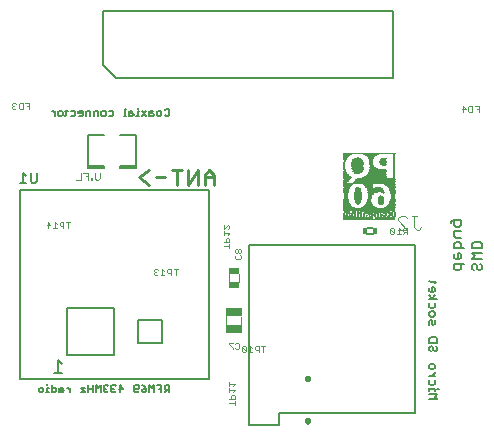
<source format=gbo>
G75*
%MOIN*%
%OFA0B0*%
%FSLAX25Y25*%
%IPPOS*%
%LPD*%
%AMOC8*
5,1,8,0,0,1.08239X$1,22.5*
%
%ADD10C,0.00500*%
%ADD11C,0.00400*%
%ADD12C,0.01100*%
%ADD13C,0.00700*%
%ADD14R,0.17300X0.00100*%
%ADD15R,0.06800X0.00100*%
%ADD16R,0.10000X0.00100*%
%ADD17R,0.01000X0.00100*%
%ADD18R,0.00800X0.00100*%
%ADD19R,0.00400X0.00100*%
%ADD20R,0.00200X0.00100*%
%ADD21R,0.00900X0.00100*%
%ADD22R,0.00700X0.00100*%
%ADD23R,0.00300X0.00100*%
%ADD24R,0.00600X0.00100*%
%ADD25R,0.00100X0.00100*%
%ADD26R,0.00500X0.00100*%
%ADD27R,0.01500X0.00100*%
%ADD28R,0.01200X0.00100*%
%ADD29R,0.01300X0.00100*%
%ADD30R,0.01400X0.00100*%
%ADD31R,0.01600X0.00100*%
%ADD32R,0.01700X0.00100*%
%ADD33R,0.08700X0.00100*%
%ADD34R,0.02300X0.00100*%
%ADD35R,0.04200X0.00100*%
%ADD36R,0.06300X0.00100*%
%ADD37R,0.04300X0.00100*%
%ADD38R,0.03800X0.00100*%
%ADD39R,0.05400X0.00100*%
%ADD40R,0.03500X0.00100*%
%ADD41R,0.04800X0.00100*%
%ADD42R,0.03300X0.00100*%
%ADD43R,0.04400X0.00100*%
%ADD44R,0.03100X0.00100*%
%ADD45R,0.04000X0.00100*%
%ADD46R,0.03000X0.00100*%
%ADD47R,0.02800X0.00100*%
%ADD48R,0.03400X0.00100*%
%ADD49R,0.02900X0.00100*%
%ADD50R,0.02700X0.00100*%
%ADD51R,0.03200X0.00100*%
%ADD52R,0.02600X0.00100*%
%ADD53R,0.02500X0.00100*%
%ADD54R,0.02400X0.00100*%
%ADD55R,0.02200X0.00100*%
%ADD56R,0.01100X0.00100*%
%ADD57R,0.02100X0.00100*%
%ADD58R,0.02000X0.00100*%
%ADD59R,0.01900X0.00100*%
%ADD60R,0.01800X0.00100*%
%ADD61R,0.05500X0.00100*%
%ADD62R,0.05600X0.00100*%
%ADD63R,0.05300X0.00100*%
%ADD64R,0.03700X0.00100*%
%ADD65R,0.03600X0.00100*%
%ADD66R,0.04100X0.00100*%
%ADD67R,0.04900X0.00100*%
%ADD68R,0.05000X0.00100*%
%ADD69R,0.06200X0.00100*%
%ADD70R,0.14200X0.00100*%
%ADD71R,0.14000X0.00100*%
%ADD72R,0.13900X0.00100*%
%ADD73R,0.13800X0.00100*%
%ADD74R,0.13700X0.00100*%
%ADD75R,0.13600X0.00100*%
%ADD76R,0.13500X0.00100*%
%ADD77R,0.13400X0.00100*%
%ADD78R,0.13300X0.00100*%
%ADD79R,0.13200X0.00100*%
%ADD80R,0.13100X0.00100*%
%ADD81R,0.13000X0.00100*%
%ADD82R,0.12900X0.00100*%
%ADD83R,0.12800X0.00100*%
%ADD84R,0.11900X0.00100*%
%ADD85R,0.08300X0.00100*%
%ADD86R,0.08000X0.00100*%
%ADD87R,0.07700X0.00100*%
%ADD88R,0.07500X0.00100*%
%ADD89R,0.07300X0.00100*%
%ADD90R,0.07100X0.00100*%
%ADD91R,0.07000X0.00100*%
%ADD92R,0.06700X0.00100*%
%ADD93R,0.06600X0.00100*%
%ADD94R,0.06500X0.00100*%
%ADD95R,0.06400X0.00100*%
%ADD96R,0.06100X0.00100*%
%ADD97R,0.06000X0.00100*%
%ADD98R,0.05900X0.00100*%
%ADD99R,0.05800X0.00100*%
%ADD100R,0.05700X0.00100*%
%ADD101R,0.03900X0.00100*%
%ADD102R,0.04600X0.00100*%
%ADD103R,0.05100X0.00100*%
%ADD104R,0.11300X0.00100*%
%ADD105R,0.11800X0.00100*%
%ADD106C,0.00600*%
%ADD107R,0.01181X0.02362*%
%ADD108C,0.00800*%
%ADD109R,0.05709X0.02953*%
%ADD110R,0.03740X0.01969*%
%ADD111C,0.01181*%
D10*
X0015688Y0029392D02*
X0015311Y0029768D01*
X0015311Y0030521D01*
X0015688Y0030897D01*
X0016440Y0030897D01*
X0016817Y0030521D01*
X0016817Y0029768D01*
X0016440Y0029392D01*
X0015688Y0029392D01*
X0017756Y0029392D02*
X0018508Y0029392D01*
X0018132Y0029392D02*
X0018132Y0030897D01*
X0018508Y0030897D01*
X0018132Y0031650D02*
X0018132Y0032026D01*
X0019541Y0031650D02*
X0019541Y0029392D01*
X0020670Y0029392D01*
X0021046Y0029768D01*
X0021046Y0030521D01*
X0020670Y0030897D01*
X0019541Y0030897D01*
X0022078Y0030521D02*
X0022078Y0029392D01*
X0023207Y0029392D01*
X0023584Y0029768D01*
X0023207Y0030144D01*
X0022078Y0030144D01*
X0022078Y0030521D02*
X0022455Y0030897D01*
X0023207Y0030897D01*
X0024569Y0030897D02*
X0024946Y0030897D01*
X0025698Y0030144D01*
X0025698Y0029392D02*
X0025698Y0030897D01*
X0029268Y0030897D02*
X0030773Y0029392D01*
X0029268Y0029392D01*
X0029268Y0030897D02*
X0030773Y0030897D01*
X0031806Y0030521D02*
X0033311Y0030521D01*
X0033311Y0029392D02*
X0033311Y0031650D01*
X0034343Y0031650D02*
X0035096Y0030897D01*
X0035849Y0031650D01*
X0035849Y0029392D01*
X0036881Y0029768D02*
X0037257Y0029392D01*
X0038010Y0029392D01*
X0038386Y0029768D01*
X0039419Y0029768D02*
X0039795Y0029392D01*
X0040548Y0029392D01*
X0040924Y0029768D01*
X0040171Y0030521D02*
X0039795Y0030521D01*
X0039419Y0030144D01*
X0039419Y0029768D01*
X0039795Y0030521D02*
X0039419Y0030897D01*
X0039419Y0031273D01*
X0039795Y0031650D01*
X0040548Y0031650D01*
X0040924Y0031273D01*
X0041956Y0030521D02*
X0043461Y0030521D01*
X0042333Y0031650D01*
X0042333Y0029392D01*
X0047031Y0029768D02*
X0047031Y0031273D01*
X0047408Y0031650D01*
X0048160Y0031650D01*
X0048537Y0031273D01*
X0048537Y0030897D01*
X0048160Y0030521D01*
X0047031Y0030521D01*
X0047031Y0029768D02*
X0047408Y0029392D01*
X0048160Y0029392D01*
X0048537Y0029768D01*
X0049569Y0029768D02*
X0049945Y0029392D01*
X0050698Y0029392D01*
X0051074Y0029768D01*
X0051074Y0030521D01*
X0049945Y0030521D01*
X0049569Y0030144D01*
X0049569Y0029768D01*
X0050322Y0031273D02*
X0051074Y0030521D01*
X0050322Y0031273D02*
X0049569Y0031650D01*
X0052107Y0031650D02*
X0052107Y0029392D01*
X0053612Y0029392D02*
X0053612Y0031650D01*
X0052859Y0030897D01*
X0052107Y0031650D01*
X0054644Y0031650D02*
X0056149Y0031650D01*
X0056149Y0029392D01*
X0057182Y0029392D02*
X0057934Y0030144D01*
X0057558Y0030144D02*
X0058687Y0030144D01*
X0058687Y0029392D02*
X0058687Y0031650D01*
X0057558Y0031650D01*
X0057182Y0031273D01*
X0057182Y0030521D01*
X0057558Y0030144D01*
X0056149Y0030521D02*
X0055397Y0030521D01*
X0038386Y0031273D02*
X0038010Y0031650D01*
X0037257Y0031650D01*
X0036881Y0031273D01*
X0036881Y0030897D01*
X0037257Y0030521D01*
X0036881Y0030144D01*
X0036881Y0029768D01*
X0037257Y0030521D02*
X0037634Y0030521D01*
X0034343Y0031650D02*
X0034343Y0029392D01*
X0031806Y0029392D02*
X0031806Y0031650D01*
X0085394Y0026740D02*
X0085394Y0078315D01*
X0105866Y0078315D01*
X0114528Y0078315D02*
X0123189Y0078315D01*
X0136575Y0078315D02*
X0140512Y0078315D01*
X0140512Y0030283D01*
X0145407Y0030321D02*
X0147175Y0030321D01*
X0147175Y0029879D01*
X0148059Y0030321D02*
X0148501Y0030321D01*
X0148059Y0028747D02*
X0145407Y0028747D01*
X0145407Y0029879D02*
X0145407Y0030763D01*
X0145849Y0031813D02*
X0145407Y0032255D01*
X0145407Y0033581D01*
X0145407Y0034713D02*
X0147175Y0034713D01*
X0146291Y0034713D02*
X0147175Y0035597D01*
X0147175Y0036039D01*
X0146733Y0037129D02*
X0145849Y0037129D01*
X0145407Y0037571D01*
X0145407Y0038455D01*
X0145849Y0038897D01*
X0146733Y0038897D01*
X0147175Y0038455D01*
X0147175Y0037571D01*
X0146733Y0037129D01*
X0147175Y0033581D02*
X0147175Y0032255D01*
X0146733Y0031813D01*
X0145849Y0031813D01*
X0148059Y0028747D02*
X0147175Y0027863D01*
X0148059Y0026979D01*
X0145407Y0026979D01*
X0140512Y0022409D02*
X0140512Y0078315D01*
X0085394Y0078315D01*
X0085394Y0018472D01*
X0095236Y0018472D01*
X0091299Y0018472D01*
X0095236Y0018472D02*
X0095236Y0022409D01*
X0134213Y0022409D01*
X0140512Y0022409D02*
X0095236Y0022409D01*
X0095236Y0018472D01*
X0145407Y0043372D02*
X0145849Y0042930D01*
X0145407Y0043372D02*
X0145407Y0044256D01*
X0145849Y0044698D01*
X0146291Y0044698D01*
X0146733Y0044256D01*
X0146733Y0043372D01*
X0147175Y0042930D01*
X0147617Y0042930D01*
X0148059Y0043372D01*
X0148059Y0044256D01*
X0147617Y0044698D01*
X0148059Y0045830D02*
X0148059Y0047156D01*
X0147617Y0047598D01*
X0145849Y0047598D01*
X0145407Y0047156D01*
X0145407Y0045830D01*
X0148059Y0045830D01*
X0146733Y0051630D02*
X0147175Y0052072D01*
X0147175Y0053398D01*
X0146291Y0052956D02*
X0146291Y0052072D01*
X0146733Y0051630D01*
X0145407Y0051630D02*
X0145407Y0052956D01*
X0145849Y0053398D01*
X0146291Y0052956D01*
X0145849Y0054530D02*
X0145407Y0054972D01*
X0145407Y0055856D01*
X0145849Y0056298D01*
X0146733Y0056298D01*
X0147175Y0055856D01*
X0147175Y0054972D01*
X0146733Y0054530D01*
X0145849Y0054530D01*
X0145849Y0057430D02*
X0145407Y0057872D01*
X0145407Y0059198D01*
X0145407Y0060330D02*
X0148059Y0060330D01*
X0147175Y0059198D02*
X0147175Y0057872D01*
X0146733Y0057430D01*
X0145849Y0057430D01*
X0146291Y0060330D02*
X0147175Y0061656D01*
X0146733Y0062747D02*
X0147175Y0063189D01*
X0147175Y0064073D01*
X0146733Y0064515D01*
X0146291Y0064515D01*
X0146291Y0062747D01*
X0145849Y0062747D02*
X0146733Y0062747D01*
X0145849Y0062747D02*
X0145407Y0063189D01*
X0145407Y0064073D01*
X0145849Y0066089D02*
X0145407Y0066531D01*
X0145849Y0066089D02*
X0147617Y0066089D01*
X0147175Y0065647D02*
X0147175Y0066531D01*
X0145407Y0061656D02*
X0146291Y0060330D01*
X0133346Y0134260D02*
X0040827Y0134260D01*
X0036496Y0138591D01*
X0036496Y0156307D01*
X0133346Y0156307D01*
X0133346Y0134260D01*
X0058687Y0123399D02*
X0058687Y0121894D01*
X0058311Y0121518D01*
X0057558Y0121518D01*
X0057182Y0121894D01*
X0056149Y0121894D02*
X0055773Y0121518D01*
X0055020Y0121518D01*
X0054644Y0121894D01*
X0054644Y0122647D01*
X0055020Y0123023D01*
X0055773Y0123023D01*
X0056149Y0122647D01*
X0056149Y0121894D01*
X0057182Y0123399D02*
X0057558Y0123776D01*
X0058311Y0123776D01*
X0058687Y0123399D01*
X0053612Y0121894D02*
X0053236Y0122270D01*
X0052107Y0122270D01*
X0052107Y0122647D02*
X0052107Y0121518D01*
X0053236Y0121518D01*
X0053612Y0121894D01*
X0053236Y0123023D02*
X0052483Y0123023D01*
X0052107Y0122647D01*
X0051074Y0123023D02*
X0049569Y0121518D01*
X0048537Y0121518D02*
X0047784Y0121518D01*
X0048160Y0121518D02*
X0048160Y0123023D01*
X0048537Y0123023D01*
X0048160Y0123776D02*
X0048160Y0124152D01*
X0049569Y0123023D02*
X0051074Y0121518D01*
X0046845Y0121894D02*
X0046469Y0122270D01*
X0045340Y0122270D01*
X0045340Y0122647D02*
X0045340Y0121518D01*
X0046469Y0121518D01*
X0046845Y0121894D01*
X0046469Y0123023D02*
X0045716Y0123023D01*
X0045340Y0122647D01*
X0044307Y0123776D02*
X0043931Y0123776D01*
X0043931Y0121518D01*
X0044307Y0121518D02*
X0043555Y0121518D01*
X0040078Y0121894D02*
X0039702Y0121518D01*
X0038573Y0121518D01*
X0037540Y0121894D02*
X0037164Y0121518D01*
X0036411Y0121518D01*
X0036035Y0121894D01*
X0036035Y0122647D01*
X0036411Y0123023D01*
X0037164Y0123023D01*
X0037540Y0122647D01*
X0037540Y0121894D01*
X0038573Y0123023D02*
X0039702Y0123023D01*
X0040078Y0122647D01*
X0040078Y0121894D01*
X0035003Y0121518D02*
X0035003Y0123023D01*
X0033874Y0123023D01*
X0033498Y0122647D01*
X0033498Y0121518D01*
X0032465Y0121518D02*
X0032465Y0123023D01*
X0031336Y0123023D01*
X0030960Y0122647D01*
X0030960Y0121518D01*
X0029928Y0121894D02*
X0029928Y0122647D01*
X0029551Y0123023D01*
X0028799Y0123023D01*
X0028422Y0122647D01*
X0028422Y0122270D01*
X0029928Y0122270D01*
X0029928Y0121894D02*
X0029551Y0121518D01*
X0028799Y0121518D01*
X0027390Y0121894D02*
X0027390Y0122647D01*
X0027014Y0123023D01*
X0025885Y0123023D01*
X0024852Y0123023D02*
X0024100Y0123023D01*
X0024476Y0123399D02*
X0024476Y0121894D01*
X0024100Y0121518D01*
X0023161Y0121894D02*
X0023161Y0122647D01*
X0022784Y0123023D01*
X0022032Y0123023D01*
X0021655Y0122647D01*
X0021655Y0121894D01*
X0022032Y0121518D01*
X0022784Y0121518D01*
X0023161Y0121894D01*
X0020623Y0121518D02*
X0020623Y0123023D01*
X0020623Y0122270D02*
X0019870Y0123023D01*
X0019494Y0123023D01*
X0025885Y0121518D02*
X0027014Y0121518D01*
X0027390Y0121894D01*
X0031772Y0114969D02*
X0036890Y0114969D01*
X0031772Y0114969D02*
X0031772Y0104732D01*
X0031772Y0103945D01*
X0036890Y0103945D01*
X0036890Y0104732D01*
X0031772Y0104732D01*
X0031772Y0104339D02*
X0036890Y0104339D01*
X0042402Y0104339D02*
X0047520Y0104339D01*
X0047520Y0104732D02*
X0047520Y0103945D01*
X0042402Y0103945D01*
X0042402Y0104732D01*
X0047520Y0104732D01*
X0047520Y0114969D01*
X0042402Y0114969D01*
D11*
X0035509Y0102566D02*
X0035509Y0100601D01*
X0035116Y0100208D01*
X0034330Y0100208D01*
X0033937Y0100601D01*
X0033937Y0102566D01*
X0032971Y0100601D02*
X0032578Y0100601D01*
X0032578Y0100208D01*
X0032971Y0100208D01*
X0032971Y0100601D01*
X0031702Y0100208D02*
X0031702Y0102566D01*
X0030130Y0102566D01*
X0029165Y0102566D02*
X0029165Y0100208D01*
X0027593Y0100208D01*
X0030916Y0101387D02*
X0031702Y0101387D01*
X0025666Y0086030D02*
X0024357Y0086030D01*
X0025012Y0086030D02*
X0025012Y0084067D01*
X0023491Y0084067D02*
X0023491Y0086030D01*
X0022509Y0086030D01*
X0022182Y0085703D01*
X0022182Y0085048D01*
X0022509Y0084721D01*
X0023491Y0084721D01*
X0021316Y0084067D02*
X0020007Y0084067D01*
X0020661Y0084067D02*
X0020661Y0086030D01*
X0021316Y0085376D01*
X0019141Y0085048D02*
X0017832Y0085048D01*
X0018159Y0084067D02*
X0018159Y0086030D01*
X0019141Y0085048D01*
X0053658Y0069955D02*
X0053658Y0069628D01*
X0053986Y0069300D01*
X0053658Y0068973D01*
X0053658Y0068646D01*
X0053986Y0068319D01*
X0054640Y0068319D01*
X0054968Y0068646D01*
X0055833Y0068319D02*
X0057143Y0068319D01*
X0056488Y0068319D02*
X0056488Y0070282D01*
X0057143Y0069628D01*
X0058009Y0069955D02*
X0058009Y0069300D01*
X0058336Y0068973D01*
X0059318Y0068973D01*
X0059318Y0068319D02*
X0059318Y0070282D01*
X0058336Y0070282D01*
X0058009Y0069955D01*
X0060184Y0070282D02*
X0061493Y0070282D01*
X0060838Y0070282D02*
X0060838Y0068319D01*
X0054968Y0069955D02*
X0054640Y0070282D01*
X0053986Y0070282D01*
X0053658Y0069955D01*
X0053986Y0069300D02*
X0054313Y0069300D01*
X0076853Y0077989D02*
X0078817Y0077989D01*
X0078817Y0077334D02*
X0078817Y0078644D01*
X0078817Y0079509D02*
X0078817Y0080491D01*
X0078490Y0080819D01*
X0077835Y0080819D01*
X0077508Y0080491D01*
X0077508Y0079509D01*
X0076853Y0079509D02*
X0078817Y0079509D01*
X0078162Y0081684D02*
X0078817Y0082339D01*
X0076853Y0082339D01*
X0076853Y0081684D02*
X0076853Y0082994D01*
X0076853Y0083860D02*
X0078162Y0085169D01*
X0078490Y0085169D01*
X0078817Y0084841D01*
X0078817Y0084187D01*
X0078490Y0083860D01*
X0076853Y0083860D02*
X0076853Y0085169D01*
X0080862Y0077176D02*
X0080535Y0076849D01*
X0080535Y0076195D01*
X0080862Y0075867D01*
X0081189Y0075867D01*
X0081517Y0076195D01*
X0081517Y0076849D01*
X0081189Y0077176D01*
X0080862Y0077176D01*
X0081517Y0076849D02*
X0081844Y0077176D01*
X0082171Y0077176D01*
X0082499Y0076849D01*
X0082499Y0076195D01*
X0082171Y0075867D01*
X0081844Y0075867D01*
X0081517Y0076195D01*
X0082171Y0075001D02*
X0082499Y0074674D01*
X0082499Y0074019D01*
X0082171Y0073692D01*
X0080862Y0073692D01*
X0080535Y0074019D01*
X0080535Y0074674D01*
X0080862Y0075001D01*
X0081898Y0068732D02*
X0081898Y0065929D01*
X0078547Y0065929D02*
X0078547Y0068732D01*
X0077598Y0054657D02*
X0077598Y0051657D01*
X0082795Y0051657D02*
X0082795Y0054559D01*
X0081776Y0045597D02*
X0081121Y0045597D01*
X0080794Y0045270D01*
X0079928Y0045597D02*
X0078619Y0045597D01*
X0078619Y0045270D01*
X0079928Y0043960D01*
X0079928Y0043633D01*
X0080794Y0043960D02*
X0081121Y0043633D01*
X0081776Y0043633D01*
X0082103Y0043960D01*
X0082103Y0045270D01*
X0081776Y0045597D01*
X0082910Y0044522D02*
X0084220Y0043213D01*
X0083892Y0042885D01*
X0083238Y0042885D01*
X0082910Y0043213D01*
X0082910Y0044522D01*
X0083238Y0044849D01*
X0083892Y0044849D01*
X0084220Y0044522D01*
X0084220Y0043213D01*
X0085085Y0042885D02*
X0086395Y0042885D01*
X0085740Y0042885D02*
X0085740Y0044849D01*
X0086395Y0044195D01*
X0087261Y0044522D02*
X0087261Y0043867D01*
X0087588Y0043540D01*
X0088570Y0043540D01*
X0088570Y0042885D02*
X0088570Y0044849D01*
X0087588Y0044849D01*
X0087261Y0044522D01*
X0089436Y0044849D02*
X0090745Y0044849D01*
X0090090Y0044849D02*
X0090090Y0042885D01*
X0080786Y0032152D02*
X0078822Y0032152D01*
X0078822Y0031497D02*
X0078822Y0032807D01*
X0080131Y0031497D02*
X0080786Y0032152D01*
X0080786Y0029977D02*
X0078822Y0029977D01*
X0078822Y0029322D02*
X0078822Y0030632D01*
X0080131Y0029322D02*
X0080786Y0029977D01*
X0080458Y0028456D02*
X0079804Y0028456D01*
X0079476Y0028129D01*
X0079476Y0027147D01*
X0078822Y0027147D02*
X0080786Y0027147D01*
X0080786Y0028129D01*
X0080458Y0028456D01*
X0080786Y0026281D02*
X0080786Y0024972D01*
X0080786Y0025627D02*
X0078822Y0025627D01*
X0132795Y0082235D02*
X0133449Y0082235D01*
X0133777Y0082563D01*
X0132467Y0083872D01*
X0132467Y0082563D01*
X0132795Y0082235D01*
X0133777Y0082563D02*
X0133777Y0083872D01*
X0133449Y0084199D01*
X0132795Y0084199D01*
X0132467Y0083872D01*
X0135080Y0083594D02*
X0138149Y0083594D01*
X0135080Y0086663D01*
X0135080Y0087430D01*
X0135847Y0088198D01*
X0137382Y0088198D01*
X0138149Y0087430D01*
X0139683Y0088198D02*
X0141218Y0088198D01*
X0140451Y0088198D02*
X0140451Y0084361D01*
X0141218Y0083594D01*
X0141985Y0083594D01*
X0142753Y0084361D01*
X0138127Y0084199D02*
X0138127Y0082235D01*
X0138127Y0082890D02*
X0137145Y0082890D01*
X0136818Y0083217D01*
X0136818Y0083872D01*
X0137145Y0084199D01*
X0138127Y0084199D01*
X0137472Y0082890D02*
X0136818Y0082235D01*
X0135952Y0082235D02*
X0134642Y0082235D01*
X0135297Y0082235D02*
X0135297Y0084199D01*
X0135952Y0083545D01*
X0156555Y0122649D02*
X0156555Y0124613D01*
X0157536Y0123631D01*
X0156227Y0123631D01*
X0158402Y0124285D02*
X0158730Y0124613D01*
X0159712Y0124613D01*
X0159712Y0122649D01*
X0158730Y0122649D01*
X0158402Y0122976D01*
X0158402Y0124285D01*
X0160577Y0124613D02*
X0161887Y0124613D01*
X0161887Y0122649D01*
X0161887Y0123631D02*
X0161232Y0123631D01*
X0012113Y0123830D02*
X0012113Y0125794D01*
X0010803Y0125794D01*
X0009938Y0125794D02*
X0009938Y0123830D01*
X0008956Y0123830D01*
X0008628Y0124157D01*
X0008628Y0125466D01*
X0008956Y0125794D01*
X0009938Y0125794D01*
X0011458Y0124812D02*
X0012113Y0124812D01*
X0007762Y0125466D02*
X0007435Y0125794D01*
X0006781Y0125794D01*
X0006453Y0125466D01*
X0006453Y0125139D01*
X0006781Y0124812D01*
X0006453Y0124485D01*
X0006453Y0124157D01*
X0006781Y0123830D01*
X0007435Y0123830D01*
X0007762Y0124157D01*
X0007108Y0124812D02*
X0006781Y0124812D01*
D12*
X0048784Y0100994D02*
X0051991Y0098589D01*
X0054222Y0100994D02*
X0057428Y0100994D01*
X0059660Y0103399D02*
X0062866Y0103399D01*
X0061263Y0103399D02*
X0061263Y0098589D01*
X0065097Y0098589D02*
X0065097Y0103399D01*
X0068304Y0103399D02*
X0065097Y0098589D01*
X0068304Y0098589D02*
X0068304Y0103399D01*
X0070535Y0101796D02*
X0070535Y0098589D01*
X0070535Y0100994D02*
X0073741Y0100994D01*
X0073741Y0101796D02*
X0073741Y0098589D01*
X0073741Y0101796D02*
X0072138Y0103399D01*
X0070535Y0101796D01*
X0051991Y0103399D02*
X0048784Y0100994D01*
D13*
X0014656Y0099717D02*
X0014116Y0099177D01*
X0013036Y0099177D01*
X0012496Y0099717D01*
X0012496Y0102417D01*
X0011031Y0101337D02*
X0009951Y0102417D01*
X0009951Y0099177D01*
X0011031Y0099177D02*
X0008871Y0099177D01*
X0014656Y0099717D02*
X0014656Y0102417D01*
X0152695Y0086163D02*
X0153235Y0086703D01*
X0155935Y0086703D01*
X0155935Y0085083D01*
X0155395Y0084543D01*
X0154315Y0084543D01*
X0153775Y0085083D01*
X0153775Y0086703D01*
X0152695Y0086163D02*
X0152695Y0085623D01*
X0153775Y0083078D02*
X0155935Y0083078D01*
X0155935Y0080918D02*
X0154315Y0080918D01*
X0153775Y0081458D01*
X0153775Y0083078D01*
X0154315Y0079453D02*
X0153775Y0078913D01*
X0153775Y0077293D01*
X0157015Y0077293D01*
X0155935Y0077293D02*
X0155935Y0078913D01*
X0155395Y0079453D01*
X0154315Y0079453D01*
X0154855Y0075828D02*
X0154855Y0073668D01*
X0154315Y0073668D02*
X0155395Y0073668D01*
X0155935Y0074208D01*
X0155935Y0075288D01*
X0155395Y0075828D01*
X0154855Y0075828D01*
X0153775Y0075288D02*
X0153775Y0074208D01*
X0154315Y0073668D01*
X0153775Y0072203D02*
X0153775Y0070583D01*
X0154315Y0070043D01*
X0155395Y0070043D01*
X0155935Y0070583D01*
X0155935Y0072203D01*
X0157015Y0072203D02*
X0153775Y0072203D01*
X0159681Y0071663D02*
X0159681Y0070583D01*
X0160221Y0070043D01*
X0161301Y0070583D02*
X0161301Y0071663D01*
X0160761Y0072203D01*
X0160221Y0072203D01*
X0159681Y0071663D01*
X0161301Y0070583D02*
X0161841Y0070043D01*
X0162381Y0070043D01*
X0162920Y0070583D01*
X0162920Y0071663D01*
X0162381Y0072203D01*
X0162920Y0073668D02*
X0159681Y0073668D01*
X0160761Y0074748D01*
X0159681Y0075828D01*
X0162920Y0075828D01*
X0162920Y0077293D02*
X0162920Y0078913D01*
X0162381Y0079453D01*
X0160221Y0079453D01*
X0159681Y0078913D01*
X0159681Y0077293D01*
X0162920Y0077293D01*
D14*
X0125434Y0086722D03*
X0125434Y0086822D03*
X0125434Y0086922D03*
X0125434Y0089622D03*
X0125434Y0089722D03*
X0125434Y0089822D03*
X0125434Y0089922D03*
X0125434Y0090022D03*
X0125434Y0090122D03*
X0125434Y0090222D03*
X0125434Y0090322D03*
X0125434Y0090422D03*
X0125434Y0098922D03*
X0125434Y0108922D03*
D15*
X0127684Y0101322D03*
X0130684Y0087522D03*
X0130684Y0087422D03*
X0130684Y0087322D03*
X0130684Y0087222D03*
X0130684Y0087122D03*
X0130684Y0087022D03*
D16*
X0127384Y0089522D03*
X0121784Y0087522D03*
X0121784Y0087422D03*
X0121784Y0087322D03*
X0121784Y0087222D03*
X0121784Y0087122D03*
X0121784Y0087022D03*
D17*
X0131884Y0087622D03*
X0133584Y0087622D03*
X0133584Y0089522D03*
X0129184Y0094522D03*
X0121684Y0097322D03*
X0121484Y0102022D03*
X0117284Y0102622D03*
X0117284Y0102722D03*
X0117284Y0106622D03*
X0117284Y0106722D03*
X0117284Y0106822D03*
X0126084Y0105722D03*
X0126084Y0105622D03*
X0126084Y0105522D03*
X0126084Y0105422D03*
D18*
X0117184Y0106022D03*
X0117184Y0106122D03*
X0117184Y0106222D03*
X0117184Y0106322D03*
X0117184Y0103322D03*
X0117184Y0103222D03*
X0117184Y0103122D03*
X0118684Y0089022D03*
X0118684Y0087622D03*
X0117184Y0087622D03*
X0130384Y0087622D03*
X0130384Y0089022D03*
X0133684Y0089422D03*
X0133684Y0087722D03*
D19*
X0133884Y0088122D03*
X0133884Y0088222D03*
X0133884Y0088322D03*
X0133884Y0088822D03*
X0133884Y0088922D03*
X0133884Y0089022D03*
X0131984Y0088022D03*
X0131984Y0087922D03*
X0131084Y0088022D03*
X0131084Y0088622D03*
X0130184Y0088622D03*
X0130184Y0088722D03*
X0130184Y0088022D03*
X0130184Y0087922D03*
X0129284Y0087922D03*
X0129284Y0087822D03*
X0129284Y0087722D03*
X0129284Y0087622D03*
X0129284Y0088022D03*
X0129284Y0088122D03*
X0129284Y0088222D03*
X0129284Y0088322D03*
X0129284Y0088422D03*
X0129284Y0088522D03*
X0128384Y0088522D03*
X0128384Y0088422D03*
X0128384Y0088322D03*
X0128384Y0088222D03*
X0128384Y0088122D03*
X0128384Y0088022D03*
X0128384Y0087922D03*
X0128384Y0087822D03*
X0128384Y0087722D03*
X0128384Y0087622D03*
X0127484Y0087622D03*
X0127484Y0087722D03*
X0127484Y0087822D03*
X0127484Y0087922D03*
X0127484Y0088022D03*
X0127484Y0088122D03*
X0127484Y0088222D03*
X0127484Y0088322D03*
X0127484Y0088422D03*
X0127484Y0088522D03*
X0127484Y0088622D03*
X0127484Y0088722D03*
X0126484Y0088622D03*
X0126484Y0088022D03*
X0125584Y0088322D03*
X0125584Y0088722D03*
X0124684Y0088222D03*
X0124784Y0088022D03*
X0123984Y0088922D03*
X0121684Y0088922D03*
X0121684Y0088822D03*
X0121684Y0088722D03*
X0121684Y0088622D03*
X0121684Y0088522D03*
X0121684Y0088422D03*
X0121684Y0088322D03*
X0121684Y0088222D03*
X0121684Y0088122D03*
X0121684Y0088022D03*
X0121684Y0087922D03*
X0121684Y0087822D03*
X0121684Y0087722D03*
X0121684Y0087622D03*
X0120684Y0088022D03*
X0120684Y0088622D03*
X0119784Y0088622D03*
X0119784Y0088522D03*
X0119784Y0088422D03*
X0119784Y0088322D03*
X0119784Y0088222D03*
X0119784Y0088122D03*
X0119784Y0088022D03*
X0119784Y0087922D03*
X0119784Y0088722D03*
X0118884Y0088722D03*
X0118884Y0088622D03*
X0118884Y0088022D03*
X0118884Y0087922D03*
X0121684Y0089022D03*
X0121684Y0089222D03*
X0121684Y0089322D03*
X0121684Y0089422D03*
X0121684Y0089522D03*
X0130284Y0095722D03*
D20*
X0130384Y0095622D03*
X0129184Y0094622D03*
X0129384Y0089022D03*
X0131084Y0088722D03*
X0131084Y0087922D03*
X0126684Y0087622D03*
X0126484Y0087922D03*
X0126684Y0089022D03*
X0124784Y0087922D03*
X0124584Y0087622D03*
X0122484Y0088822D03*
X0122484Y0088922D03*
X0122484Y0089022D03*
X0120884Y0089022D03*
X0120684Y0087922D03*
X0120884Y0087622D03*
D21*
X0117234Y0089022D03*
X0125634Y0089022D03*
X0125634Y0087622D03*
X0133634Y0100622D03*
X0133634Y0100722D03*
X0133634Y0100822D03*
X0133634Y0100922D03*
X0133634Y0101022D03*
X0133634Y0101122D03*
X0133634Y0101222D03*
X0133634Y0101322D03*
X0133634Y0101422D03*
X0133634Y0101522D03*
X0133634Y0101622D03*
X0133634Y0101722D03*
X0133634Y0101822D03*
X0133634Y0101922D03*
X0133634Y0102022D03*
X0133634Y0102122D03*
X0133634Y0102222D03*
X0133634Y0102322D03*
X0133634Y0102422D03*
X0133634Y0102522D03*
X0133634Y0102622D03*
X0133634Y0102722D03*
X0133634Y0102822D03*
X0133634Y0102922D03*
X0133634Y0103022D03*
X0133634Y0103122D03*
X0133634Y0103222D03*
X0133634Y0103322D03*
X0133634Y0103422D03*
X0133634Y0103522D03*
X0133634Y0103622D03*
X0133634Y0103722D03*
X0133634Y0103822D03*
X0133634Y0103922D03*
X0133634Y0104022D03*
X0133634Y0104122D03*
X0133634Y0104222D03*
X0133634Y0104322D03*
X0133634Y0104422D03*
X0133634Y0104522D03*
X0133634Y0104622D03*
X0133634Y0104722D03*
X0133634Y0104822D03*
X0133634Y0104922D03*
X0133634Y0105022D03*
X0133634Y0105122D03*
X0133634Y0105222D03*
X0133634Y0105322D03*
X0133634Y0105422D03*
X0133634Y0105522D03*
X0133634Y0105622D03*
X0133634Y0105722D03*
X0133634Y0105822D03*
X0133634Y0105922D03*
X0133634Y0106022D03*
X0133634Y0106122D03*
X0133634Y0106222D03*
X0133634Y0106322D03*
X0133634Y0106422D03*
X0133634Y0106522D03*
X0133634Y0106622D03*
X0133634Y0106722D03*
X0133634Y0106822D03*
X0133634Y0106922D03*
X0133634Y0107022D03*
X0133634Y0107122D03*
X0133634Y0107222D03*
X0133634Y0107322D03*
X0133634Y0107422D03*
X0133634Y0107522D03*
X0133634Y0107622D03*
X0133634Y0107722D03*
X0133634Y0107822D03*
X0133634Y0107922D03*
X0133634Y0108022D03*
X0133634Y0108122D03*
X0133634Y0108222D03*
X0133634Y0108322D03*
X0133634Y0108422D03*
X0133634Y0108522D03*
X0133634Y0108622D03*
X0121534Y0107322D03*
X0117234Y0106522D03*
X0117234Y0106422D03*
X0117234Y0103022D03*
X0117234Y0102922D03*
X0117234Y0102822D03*
D22*
X0117134Y0103422D03*
X0117134Y0103522D03*
X0117134Y0103622D03*
X0117134Y0103722D03*
X0117134Y0103822D03*
X0117134Y0105522D03*
X0117134Y0105622D03*
X0117134Y0105722D03*
X0117134Y0105822D03*
X0117134Y0105922D03*
X0130134Y0095822D03*
X0132634Y0089122D03*
X0132634Y0088022D03*
X0127634Y0089022D03*
X0125434Y0088522D03*
X0123634Y0087622D03*
X0122734Y0088022D03*
X0122734Y0088122D03*
X0122734Y0088222D03*
X0122734Y0088322D03*
X0122734Y0088422D03*
X0122734Y0088522D03*
X0122734Y0088622D03*
X0122734Y0088722D03*
X0122734Y0089222D03*
X0122734Y0089322D03*
X0122734Y0089422D03*
X0119934Y0089022D03*
X0119934Y0087622D03*
X0117134Y0088922D03*
D23*
X0118034Y0088722D03*
X0118934Y0088522D03*
X0118934Y0088422D03*
X0118934Y0088322D03*
X0118934Y0088222D03*
X0118934Y0088122D03*
X0122534Y0087822D03*
X0122534Y0087722D03*
X0122534Y0087622D03*
X0123934Y0088822D03*
X0125634Y0088222D03*
X0125634Y0088122D03*
X0125634Y0088022D03*
X0125634Y0087922D03*
X0128334Y0088622D03*
X0129234Y0088622D03*
X0130134Y0088522D03*
X0130134Y0088422D03*
X0130134Y0088322D03*
X0130134Y0088222D03*
X0130134Y0088122D03*
X0133934Y0088422D03*
X0133934Y0088522D03*
X0133934Y0088622D03*
X0133934Y0088722D03*
D24*
X0133784Y0089322D03*
X0133784Y0087822D03*
X0131884Y0087722D03*
X0131084Y0088122D03*
X0131084Y0088222D03*
X0131084Y0088322D03*
X0131084Y0088422D03*
X0131084Y0088522D03*
X0130284Y0088922D03*
X0130284Y0087722D03*
X0129184Y0091822D03*
X0126484Y0088422D03*
X0126484Y0088322D03*
X0126484Y0088222D03*
X0125684Y0087722D03*
X0125684Y0088922D03*
X0124884Y0088722D03*
X0124084Y0089022D03*
X0123784Y0088622D03*
X0123784Y0088522D03*
X0123784Y0088422D03*
X0123684Y0087722D03*
X0122684Y0087922D03*
X0120684Y0088222D03*
X0120684Y0088322D03*
X0120684Y0088422D03*
X0119884Y0088922D03*
X0118784Y0088922D03*
X0117984Y0088522D03*
X0117084Y0088722D03*
X0117084Y0088822D03*
X0118784Y0087722D03*
X0119884Y0087722D03*
X0121684Y0091922D03*
X0117084Y0103922D03*
X0117084Y0104022D03*
X0117084Y0104122D03*
X0117084Y0104222D03*
X0117084Y0104322D03*
X0117084Y0104422D03*
X0117084Y0104522D03*
X0117084Y0104622D03*
X0117084Y0104722D03*
X0117084Y0104822D03*
X0117084Y0104922D03*
X0117084Y0105022D03*
X0117084Y0105122D03*
X0117084Y0105222D03*
X0117084Y0105322D03*
X0117084Y0105422D03*
D25*
X0130434Y0095522D03*
X0129434Y0088922D03*
X0128634Y0088922D03*
X0126734Y0088922D03*
X0126534Y0088722D03*
X0126734Y0087722D03*
X0124534Y0087722D03*
X0120934Y0087722D03*
X0120734Y0088722D03*
X0120934Y0088922D03*
D26*
X0120734Y0088522D03*
X0120734Y0088122D03*
X0119834Y0087822D03*
X0119834Y0088822D03*
X0118834Y0088822D03*
X0118034Y0088622D03*
X0117834Y0087922D03*
X0117034Y0087922D03*
X0117034Y0087822D03*
X0117034Y0087722D03*
X0117034Y0088222D03*
X0117034Y0088322D03*
X0117034Y0088422D03*
X0117034Y0088522D03*
X0117034Y0088622D03*
X0118834Y0087822D03*
X0123734Y0087822D03*
X0123734Y0087922D03*
X0123734Y0088022D03*
X0123734Y0088122D03*
X0123734Y0088222D03*
X0123734Y0088322D03*
X0123834Y0088722D03*
X0124734Y0088122D03*
X0125534Y0088422D03*
X0125634Y0088822D03*
X0126534Y0088522D03*
X0126534Y0088122D03*
X0125634Y0087822D03*
X0127534Y0088822D03*
X0127534Y0088922D03*
X0128634Y0089022D03*
X0130234Y0088822D03*
X0130234Y0087822D03*
X0131934Y0087822D03*
X0133834Y0087922D03*
X0133834Y0088022D03*
X0133834Y0089122D03*
X0133834Y0089222D03*
X0121634Y0097422D03*
D27*
X0121634Y0097122D03*
X0117534Y0099322D03*
X0117534Y0101822D03*
X0117534Y0107522D03*
X0121534Y0107222D03*
X0125934Y0106922D03*
X0125934Y0106822D03*
X0126334Y0104422D03*
X0126334Y0104322D03*
X0130334Y0104922D03*
X0130334Y0107122D03*
X0125734Y0094822D03*
X0125734Y0094722D03*
X0125434Y0092822D03*
X0125434Y0092722D03*
X0125434Y0092622D03*
X0121634Y0092222D03*
X0117534Y0088122D03*
X0117534Y0088022D03*
X0132434Y0088822D03*
X0132534Y0088722D03*
X0132534Y0088622D03*
D28*
X0132484Y0088122D03*
X0125484Y0093322D03*
X0125484Y0093422D03*
X0125484Y0093522D03*
X0125584Y0094122D03*
X0117384Y0102222D03*
X0117384Y0102322D03*
X0117384Y0107122D03*
X0125984Y0106422D03*
X0125984Y0106322D03*
X0125984Y0106222D03*
X0126184Y0104922D03*
X0126184Y0104822D03*
X0126284Y0104622D03*
D29*
X0126234Y0104722D03*
X0125934Y0106522D03*
X0125934Y0106622D03*
X0117434Y0107222D03*
X0117434Y0107322D03*
X0117434Y0102122D03*
X0117434Y0099122D03*
X0117434Y0099022D03*
X0121634Y0097222D03*
X0125634Y0094422D03*
X0125634Y0094322D03*
X0125634Y0094222D03*
X0125534Y0094022D03*
X0125534Y0093922D03*
X0125534Y0093822D03*
X0125534Y0093722D03*
X0125534Y0093622D03*
X0125434Y0093222D03*
X0125434Y0093122D03*
X0129234Y0094422D03*
X0132534Y0088322D03*
X0132534Y0088222D03*
X0125134Y0088622D03*
X0121634Y0092122D03*
D30*
X0120284Y0089522D03*
X0120284Y0089422D03*
X0120284Y0089322D03*
X0120284Y0089222D03*
X0120284Y0089122D03*
X0125484Y0092922D03*
X0125484Y0093022D03*
X0125684Y0094522D03*
X0125684Y0094622D03*
X0129184Y0092022D03*
X0132584Y0088522D03*
X0132584Y0088422D03*
X0126284Y0104522D03*
X0125984Y0106722D03*
X0117484Y0107422D03*
X0117484Y0102022D03*
X0117484Y0101922D03*
X0117484Y0099222D03*
D31*
X0117584Y0099422D03*
X0117584Y0101722D03*
X0121484Y0102122D03*
X0126384Y0104222D03*
X0125884Y0107022D03*
X0117584Y0107622D03*
X0117584Y0095722D03*
X0117584Y0095622D03*
X0117584Y0095522D03*
X0117584Y0095422D03*
X0117584Y0095322D03*
X0117584Y0095222D03*
X0117584Y0095122D03*
X0117584Y0095022D03*
X0117584Y0094922D03*
X0117584Y0094822D03*
X0117584Y0094722D03*
X0117584Y0094622D03*
X0117584Y0094522D03*
X0117584Y0094422D03*
X0117584Y0094322D03*
X0117584Y0094222D03*
X0117584Y0094122D03*
X0117584Y0094022D03*
X0117584Y0093922D03*
X0117584Y0093822D03*
X0117584Y0093722D03*
X0117584Y0093622D03*
X0122284Y0089122D03*
X0125384Y0092522D03*
X0125784Y0094922D03*
X0129184Y0094322D03*
X0129184Y0092122D03*
X0133284Y0093622D03*
X0133284Y0093722D03*
X0133284Y0093822D03*
X0133284Y0093922D03*
X0133284Y0094022D03*
X0133284Y0094122D03*
X0133284Y0094222D03*
X0133284Y0094322D03*
X0133284Y0094422D03*
X0133284Y0094522D03*
X0133284Y0094622D03*
X0133284Y0094722D03*
X0133284Y0094822D03*
X0133284Y0094922D03*
X0133284Y0095022D03*
X0133284Y0095122D03*
X0133284Y0095222D03*
X0133284Y0095322D03*
X0133284Y0095422D03*
X0132384Y0088922D03*
D32*
X0132234Y0089022D03*
X0133234Y0093022D03*
X0133234Y0093122D03*
X0133234Y0093222D03*
X0133234Y0093322D03*
X0133234Y0093422D03*
X0133234Y0093522D03*
X0133234Y0095522D03*
X0133234Y0095622D03*
X0133234Y0095722D03*
X0133234Y0095822D03*
X0133234Y0095922D03*
X0133234Y0096022D03*
X0129234Y0094222D03*
X0129234Y0092222D03*
X0125434Y0092322D03*
X0125434Y0092422D03*
X0125834Y0095022D03*
X0121634Y0097022D03*
X0117634Y0096222D03*
X0117634Y0096122D03*
X0117634Y0096022D03*
X0117634Y0095922D03*
X0117634Y0095822D03*
X0117634Y0093522D03*
X0117634Y0093422D03*
X0117634Y0093322D03*
X0117634Y0093222D03*
X0117634Y0093122D03*
X0121634Y0092322D03*
X0117634Y0099522D03*
X0117634Y0101622D03*
X0117634Y0107722D03*
X0126434Y0104122D03*
D33*
X0127834Y0089422D03*
X0127834Y0089322D03*
X0127834Y0089222D03*
X0127834Y0089122D03*
D34*
X0132934Y0091722D03*
X0132934Y0097322D03*
X0126034Y0095522D03*
X0125534Y0097322D03*
X0125534Y0097422D03*
X0121634Y0096222D03*
X0121634Y0096122D03*
X0121634Y0096022D03*
X0121634Y0095922D03*
X0121634Y0093422D03*
X0121634Y0093322D03*
X0121634Y0093222D03*
X0117934Y0091822D03*
X0117934Y0091722D03*
X0117934Y0089522D03*
X0117934Y0089422D03*
X0117934Y0089322D03*
X0117934Y0089222D03*
X0117934Y0089122D03*
X0117934Y0097522D03*
X0117934Y0097622D03*
X0117934Y0100222D03*
X0117934Y0101122D03*
X0121534Y0102322D03*
X0126734Y0103722D03*
X0129934Y0105522D03*
X0129934Y0105622D03*
X0129934Y0105722D03*
X0129934Y0106322D03*
X0129934Y0106422D03*
X0129934Y0106522D03*
X0117934Y0108222D03*
D35*
X0131984Y0090522D03*
D36*
X0125434Y0090522D03*
X0127934Y0101822D03*
X0127934Y0101922D03*
D37*
X0131934Y0098722D03*
X0118934Y0098822D03*
X0118934Y0090522D03*
D38*
X0118684Y0090622D03*
X0125384Y0091022D03*
X0132184Y0090622D03*
X0121484Y0103622D03*
X0121484Y0103722D03*
X0121484Y0105522D03*
X0121484Y0105622D03*
X0121484Y0105722D03*
X0125884Y0108222D03*
X0118684Y0098722D03*
D39*
X0125384Y0090622D03*
X0127384Y0096722D03*
X0127284Y0096922D03*
D40*
X0132334Y0098422D03*
X0127234Y0103422D03*
X0125834Y0108122D03*
X0121534Y0106122D03*
X0121534Y0103222D03*
X0121534Y0103122D03*
X0118534Y0098622D03*
X0118534Y0090722D03*
X0132334Y0090722D03*
D41*
X0125384Y0090722D03*
D42*
X0118434Y0090822D03*
X0118434Y0098522D03*
X0121534Y0102922D03*
X0121534Y0103022D03*
X0121534Y0106322D03*
X0125034Y0098422D03*
X0132434Y0098322D03*
X0132434Y0090822D03*
D43*
X0125384Y0090822D03*
D44*
X0132534Y0090922D03*
X0121534Y0102822D03*
X0121534Y0106522D03*
X0118334Y0108622D03*
X0118334Y0098422D03*
X0118334Y0090922D03*
D45*
X0125384Y0090922D03*
X0132084Y0098622D03*
X0121484Y0104322D03*
X0121484Y0104422D03*
X0121484Y0104522D03*
X0121484Y0104622D03*
X0121484Y0104722D03*
X0121484Y0104822D03*
X0121484Y0104922D03*
X0121484Y0105022D03*
X0118784Y0108822D03*
D46*
X0121484Y0106622D03*
X0121484Y0102722D03*
X0118284Y0098322D03*
X0118284Y0091022D03*
X0125384Y0091322D03*
X0126384Y0095822D03*
X0125184Y0098222D03*
X0126984Y0103522D03*
X0132584Y0098122D03*
X0132584Y0091022D03*
D47*
X0132684Y0091122D03*
X0132684Y0097922D03*
X0125284Y0098022D03*
X0125384Y0091422D03*
X0118184Y0091222D03*
X0118184Y0098122D03*
X0118184Y0100722D03*
X0118184Y0100822D03*
X0121484Y0106722D03*
X0118184Y0108522D03*
D48*
X0118484Y0108722D03*
X0121484Y0106222D03*
X0126584Y0095922D03*
X0125384Y0091122D03*
D49*
X0128334Y0097122D03*
X0125234Y0098122D03*
X0121534Y0102622D03*
X0118234Y0098222D03*
X0118234Y0091122D03*
X0132634Y0098022D03*
X0125834Y0107922D03*
D50*
X0125834Y0107822D03*
X0121534Y0106822D03*
X0121534Y0102522D03*
X0118134Y0100622D03*
X0125334Y0097922D03*
X0126234Y0095722D03*
X0132734Y0097822D03*
X0132734Y0091222D03*
D51*
X0132484Y0098222D03*
X0125384Y0091222D03*
X0125084Y0098322D03*
X0121484Y0106422D03*
X0125884Y0108022D03*
D52*
X0126884Y0103622D03*
X0125384Y0097822D03*
X0125384Y0091522D03*
X0132784Y0091322D03*
X0132784Y0097722D03*
X0118084Y0097922D03*
X0118084Y0098022D03*
X0118084Y0100522D03*
X0118084Y0100922D03*
X0118084Y0108422D03*
X0118084Y0091422D03*
X0118084Y0091322D03*
D53*
X0118034Y0091522D03*
X0121634Y0094222D03*
X0121634Y0094322D03*
X0121634Y0094422D03*
X0121634Y0094522D03*
X0121634Y0094622D03*
X0121634Y0094722D03*
X0121634Y0094822D03*
X0121634Y0094922D03*
X0121634Y0095022D03*
X0121634Y0095122D03*
X0118034Y0097822D03*
X0118034Y0100422D03*
X0118034Y0101022D03*
X0121534Y0102422D03*
X0121534Y0106922D03*
X0125834Y0107722D03*
X0125434Y0097722D03*
X0125434Y0097622D03*
X0126134Y0095622D03*
X0125434Y0091622D03*
X0132834Y0091522D03*
X0132834Y0091422D03*
X0132834Y0097522D03*
X0132834Y0097622D03*
D54*
X0132884Y0097422D03*
X0128384Y0097222D03*
X0125484Y0097522D03*
X0121684Y0095822D03*
X0121684Y0095722D03*
X0121684Y0095622D03*
X0121684Y0095522D03*
X0121684Y0095422D03*
X0121684Y0095322D03*
X0121684Y0095222D03*
X0121684Y0094122D03*
X0121684Y0094022D03*
X0121684Y0093922D03*
X0121684Y0093822D03*
X0121684Y0093722D03*
X0121684Y0093622D03*
X0121684Y0093522D03*
X0117984Y0091622D03*
X0117984Y0097722D03*
X0117984Y0100322D03*
X0117984Y0108322D03*
X0125884Y0107622D03*
X0129884Y0106222D03*
X0129884Y0106122D03*
X0129884Y0106022D03*
X0129884Y0105922D03*
X0129884Y0105822D03*
X0132884Y0091622D03*
X0125384Y0091722D03*
D55*
X0125384Y0091822D03*
X0125984Y0095422D03*
X0125584Y0097122D03*
X0125584Y0097222D03*
X0129184Y0093522D03*
X0129184Y0093422D03*
X0129184Y0093322D03*
X0129184Y0093222D03*
X0129184Y0093122D03*
X0129184Y0093022D03*
X0129184Y0092922D03*
X0132984Y0091922D03*
X0132984Y0091822D03*
X0132984Y0097122D03*
X0132984Y0097222D03*
X0126684Y0103822D03*
X0129984Y0105322D03*
X0129984Y0105422D03*
X0129984Y0106622D03*
X0129984Y0106722D03*
X0125884Y0107522D03*
X0121484Y0107022D03*
X0117884Y0101222D03*
X0117884Y0100122D03*
X0117884Y0097422D03*
X0121684Y0096422D03*
X0121684Y0096322D03*
X0121684Y0093122D03*
X0121684Y0093022D03*
X0121684Y0092922D03*
X0117884Y0091922D03*
D56*
X0121634Y0092022D03*
X0128434Y0097422D03*
X0129934Y0095922D03*
X0129234Y0091922D03*
X0117334Y0102422D03*
X0117334Y0102522D03*
X0117334Y0106922D03*
X0117334Y0107022D03*
X0126034Y0106122D03*
X0126034Y0106022D03*
X0126034Y0105922D03*
X0126034Y0105822D03*
X0126134Y0105322D03*
X0126134Y0105222D03*
X0126134Y0105122D03*
X0126134Y0105022D03*
D57*
X0125834Y0107422D03*
X0130034Y0106822D03*
X0130034Y0105222D03*
X0133034Y0097022D03*
X0133034Y0096922D03*
X0129234Y0093722D03*
X0129234Y0093622D03*
X0129234Y0092822D03*
X0129234Y0092722D03*
X0133034Y0092122D03*
X0133034Y0092022D03*
X0125434Y0091922D03*
X0125934Y0095322D03*
X0121634Y0096522D03*
X0121634Y0096622D03*
X0121634Y0092822D03*
X0121634Y0092722D03*
X0117834Y0092122D03*
X0117834Y0092022D03*
X0117834Y0097222D03*
X0117834Y0097322D03*
X0117834Y0100022D03*
X0117834Y0108122D03*
D58*
X0117784Y0108022D03*
X0117784Y0101322D03*
X0117784Y0099922D03*
X0117784Y0097122D03*
X0117784Y0097022D03*
X0121684Y0096722D03*
X0121684Y0092622D03*
X0117784Y0092322D03*
X0117784Y0092222D03*
X0125384Y0092022D03*
X0129184Y0092522D03*
X0129184Y0092622D03*
X0129184Y0093822D03*
X0129184Y0093922D03*
X0133084Y0092322D03*
X0133084Y0092222D03*
X0133084Y0096722D03*
X0133084Y0096822D03*
X0126584Y0103922D03*
X0125884Y0107322D03*
X0130084Y0106922D03*
X0130084Y0105122D03*
X0121484Y0102222D03*
D59*
X0117734Y0101422D03*
X0117734Y0099822D03*
X0117734Y0099722D03*
X0117734Y0096922D03*
X0117734Y0096822D03*
X0117734Y0096722D03*
X0121634Y0096822D03*
X0121634Y0092522D03*
X0117734Y0092522D03*
X0117734Y0092422D03*
X0117734Y0092622D03*
X0125434Y0092122D03*
X0125934Y0095222D03*
X0128434Y0097322D03*
X0129234Y0094022D03*
X0129234Y0092422D03*
X0133134Y0092422D03*
X0133134Y0092522D03*
X0133134Y0092622D03*
X0133134Y0096422D03*
X0133134Y0096522D03*
X0133134Y0096622D03*
X0126534Y0104022D03*
X0121534Y0107122D03*
X0117734Y0107922D03*
D60*
X0117684Y0107822D03*
X0117684Y0101522D03*
X0117684Y0099622D03*
X0117684Y0096622D03*
X0117684Y0096522D03*
X0117684Y0096422D03*
X0117684Y0096322D03*
X0117684Y0093022D03*
X0117684Y0092922D03*
X0117684Y0092822D03*
X0117684Y0092722D03*
X0121684Y0092422D03*
X0121684Y0096922D03*
X0125884Y0095122D03*
X0125384Y0092222D03*
X0129184Y0092322D03*
X0129184Y0094122D03*
X0133184Y0092922D03*
X0133184Y0092822D03*
X0133184Y0092722D03*
X0133184Y0096122D03*
X0133184Y0096222D03*
X0133184Y0096322D03*
X0130184Y0105022D03*
X0130184Y0107022D03*
X0125884Y0107122D03*
X0125884Y0107222D03*
D61*
X0127334Y0096822D03*
X0127434Y0096622D03*
X0127534Y0096422D03*
X0127634Y0096022D03*
D62*
X0127584Y0096122D03*
X0127584Y0096222D03*
X0127584Y0096322D03*
X0127484Y0096522D03*
X0128284Y0103222D03*
X0128284Y0103322D03*
D63*
X0127234Y0097022D03*
D64*
X0132234Y0098522D03*
X0121534Y0103422D03*
X0121534Y0103522D03*
X0121534Y0105822D03*
D65*
X0121484Y0105922D03*
X0121484Y0106022D03*
X0121484Y0103322D03*
X0124984Y0098522D03*
D66*
X0125034Y0098622D03*
X0125834Y0108322D03*
D67*
X0125134Y0098722D03*
D68*
X0131584Y0098822D03*
D69*
X0127984Y0102022D03*
X0125384Y0098822D03*
D70*
X0126984Y0099022D03*
D71*
X0127084Y0099122D03*
D72*
X0127134Y0099222D03*
D73*
X0127184Y0099322D03*
D74*
X0127234Y0099422D03*
X0127234Y0099522D03*
D75*
X0127284Y0099622D03*
D76*
X0127334Y0099722D03*
D77*
X0127384Y0099822D03*
D78*
X0127434Y0099922D03*
D79*
X0127484Y0100022D03*
D80*
X0127534Y0100122D03*
D81*
X0127584Y0100222D03*
D82*
X0127634Y0100322D03*
D83*
X0127684Y0100422D03*
D84*
X0128134Y0100522D03*
D85*
X0126934Y0100622D03*
D86*
X0127084Y0100722D03*
D87*
X0127234Y0100822D03*
D88*
X0127334Y0100922D03*
D89*
X0127434Y0101022D03*
D90*
X0127534Y0101122D03*
D91*
X0127584Y0101222D03*
D92*
X0127734Y0101422D03*
D93*
X0127784Y0101522D03*
D94*
X0127834Y0101622D03*
D95*
X0127884Y0101722D03*
D96*
X0128034Y0102122D03*
D97*
X0128084Y0102222D03*
X0128084Y0102322D03*
D98*
X0128134Y0102422D03*
X0128134Y0102522D03*
D99*
X0128184Y0102622D03*
X0128184Y0102722D03*
X0128184Y0102822D03*
X0126084Y0108622D03*
D100*
X0128234Y0103122D03*
X0128234Y0103022D03*
X0128234Y0102922D03*
D101*
X0121534Y0103822D03*
X0121534Y0103922D03*
X0121534Y0104022D03*
X0121534Y0104122D03*
X0121534Y0104222D03*
X0121534Y0105122D03*
X0121534Y0105222D03*
X0121534Y0105322D03*
X0121534Y0105422D03*
D102*
X0125884Y0108422D03*
D103*
X0125934Y0108522D03*
D104*
X0128434Y0108722D03*
D105*
X0128184Y0108822D03*
D106*
X0126555Y0083961D02*
X0124626Y0083961D01*
X0124626Y0082197D02*
X0126555Y0082197D01*
X0023143Y0038598D02*
X0021675Y0040066D01*
X0021675Y0035662D01*
X0023143Y0035662D02*
X0020207Y0035662D01*
D107*
X0123981Y0083060D03*
X0127181Y0083060D03*
D108*
X0071929Y0096858D02*
X0071929Y0033866D01*
X0008937Y0033866D01*
X0008937Y0096858D01*
X0071929Y0096858D01*
X0040433Y0057488D02*
X0040433Y0041740D01*
X0024685Y0041740D01*
X0024685Y0057488D01*
X0040433Y0057488D01*
X0048307Y0053551D02*
X0056181Y0053551D01*
X0056181Y0045677D01*
X0048307Y0045677D01*
X0048307Y0053551D01*
D109*
X0080192Y0055981D03*
X0080192Y0050281D03*
D110*
X0080217Y0065015D03*
X0080217Y0069615D03*
D111*
X0104685Y0033827D02*
X0104687Y0033866D01*
X0104693Y0033905D01*
X0104703Y0033943D01*
X0104716Y0033980D01*
X0104733Y0034015D01*
X0104753Y0034049D01*
X0104777Y0034080D01*
X0104804Y0034109D01*
X0104833Y0034135D01*
X0104865Y0034158D01*
X0104899Y0034178D01*
X0104935Y0034194D01*
X0104972Y0034206D01*
X0105011Y0034215D01*
X0105050Y0034220D01*
X0105089Y0034221D01*
X0105128Y0034218D01*
X0105167Y0034211D01*
X0105204Y0034200D01*
X0105241Y0034186D01*
X0105276Y0034168D01*
X0105309Y0034147D01*
X0105340Y0034122D01*
X0105368Y0034095D01*
X0105393Y0034065D01*
X0105415Y0034032D01*
X0105434Y0033998D01*
X0105449Y0033962D01*
X0105461Y0033924D01*
X0105469Y0033886D01*
X0105473Y0033847D01*
X0105473Y0033807D01*
X0105469Y0033768D01*
X0105461Y0033730D01*
X0105449Y0033692D01*
X0105434Y0033656D01*
X0105415Y0033622D01*
X0105393Y0033589D01*
X0105368Y0033559D01*
X0105340Y0033532D01*
X0105309Y0033507D01*
X0105276Y0033486D01*
X0105241Y0033468D01*
X0105204Y0033454D01*
X0105167Y0033443D01*
X0105128Y0033436D01*
X0105089Y0033433D01*
X0105050Y0033434D01*
X0105011Y0033439D01*
X0104972Y0033448D01*
X0104935Y0033460D01*
X0104899Y0033476D01*
X0104865Y0033496D01*
X0104833Y0033519D01*
X0104804Y0033545D01*
X0104777Y0033574D01*
X0104753Y0033605D01*
X0104733Y0033639D01*
X0104716Y0033674D01*
X0104703Y0033711D01*
X0104693Y0033749D01*
X0104687Y0033788D01*
X0104685Y0033827D01*
X0104685Y0019654D02*
X0104687Y0019693D01*
X0104693Y0019732D01*
X0104703Y0019770D01*
X0104716Y0019807D01*
X0104733Y0019842D01*
X0104753Y0019876D01*
X0104777Y0019907D01*
X0104804Y0019936D01*
X0104833Y0019962D01*
X0104865Y0019985D01*
X0104899Y0020005D01*
X0104935Y0020021D01*
X0104972Y0020033D01*
X0105011Y0020042D01*
X0105050Y0020047D01*
X0105089Y0020048D01*
X0105128Y0020045D01*
X0105167Y0020038D01*
X0105204Y0020027D01*
X0105241Y0020013D01*
X0105276Y0019995D01*
X0105309Y0019974D01*
X0105340Y0019949D01*
X0105368Y0019922D01*
X0105393Y0019892D01*
X0105415Y0019859D01*
X0105434Y0019825D01*
X0105449Y0019789D01*
X0105461Y0019751D01*
X0105469Y0019713D01*
X0105473Y0019674D01*
X0105473Y0019634D01*
X0105469Y0019595D01*
X0105461Y0019557D01*
X0105449Y0019519D01*
X0105434Y0019483D01*
X0105415Y0019449D01*
X0105393Y0019416D01*
X0105368Y0019386D01*
X0105340Y0019359D01*
X0105309Y0019334D01*
X0105276Y0019313D01*
X0105241Y0019295D01*
X0105204Y0019281D01*
X0105167Y0019270D01*
X0105128Y0019263D01*
X0105089Y0019260D01*
X0105050Y0019261D01*
X0105011Y0019266D01*
X0104972Y0019275D01*
X0104935Y0019287D01*
X0104899Y0019303D01*
X0104865Y0019323D01*
X0104833Y0019346D01*
X0104804Y0019372D01*
X0104777Y0019401D01*
X0104753Y0019432D01*
X0104733Y0019466D01*
X0104716Y0019501D01*
X0104703Y0019538D01*
X0104693Y0019576D01*
X0104687Y0019615D01*
X0104685Y0019654D01*
M02*

</source>
